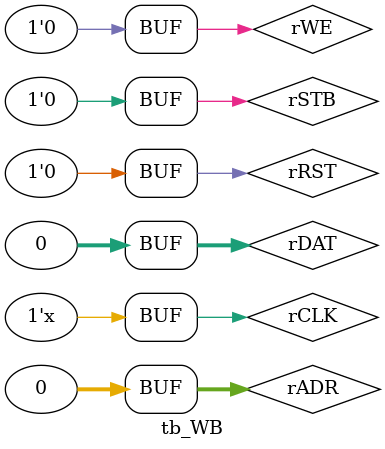
<source format=v>
`timescale 1ns / 100ps

module tb_WB ;
reg				rRST;
reg				rCLK;

reg		[31:0]	rADR;
reg		[31:0]	rDAT;
wire	[31:0]	wDAT;
reg				rWE;
reg				rSTB;
wire			wACK;

wire	[7:0]	wDOUTA;

DigOutPort #(	.BaseAddr(32'h0200_0000)
) DUT (
	.iRST(rRST),
	.iCLK(rCLK),
	
	.iADR(rADR[31:0]),
	.iDAT(rDAT[31:0]),
	.oDAT(wDAT[31:0]),
	.iWE(rWE),
	.iSTB(rSTB),
	.oACK(wACK),
	
	.oDOUTA(wDOUTA[7:0])
);

initial begin
	#0			rRST <= 1'b1;
				rCLK <= 1'b1;
				rADR[31:0] <= 32'h0000_0000;
				rDAT[31:0] <= 32'h0000_0000;
				rWE <= 1'b0;
				rSTB <= 1'b0;

	#100.1		rRST <= 1'b0;

	#100		rSTB <= 1'b1;
				rADR[31:0] <= 32'h0200_0000;
				rWE <= 1'b1;
				rDAT[31:0] <= 32'h0000_0012;

	#10			rSTB <= 1'b0;
				rADR[31:0] <= 32'h0000_0000;
				rWE <= 1'b0;
				rDAT[31:0] <= 32'h0000_0000;

	#100		rSTB <= 1'b1;
				rADR[31:0] <= 32'h0200_0000;
				rWE <= 1'b0;
				rDAT[31:0] <= 32'h0000_0000;

	#10			rSTB <= 1'b0;
				rADR[31:0] <= 32'h0000_0000;
				rWE <= 1'b0;
				rDAT[31:0] <= 32'h0000_0000;

end
	
always begin
	#5			rCLK <= ~rCLK;
end

endmodule

</source>
